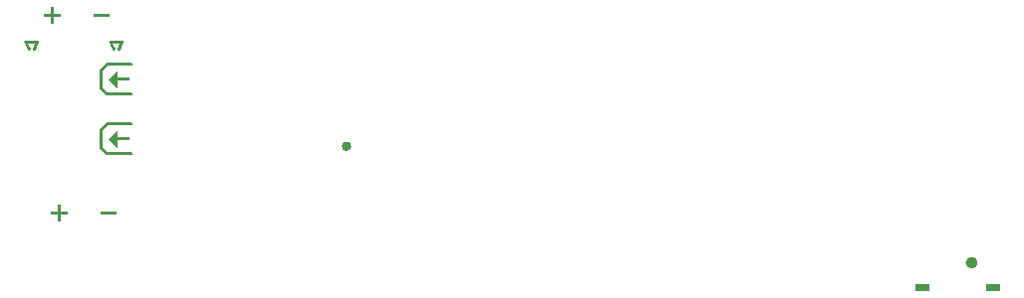
<source format=gbr>
%TF.GenerationSoftware,Altium Limited,Altium Designer,22.5.1 (42)*%
G04 Layer_Color=8388736*
%FSLAX45Y45*%
%MOMM*%
%TF.SameCoordinates,F63A7803-94E7-494B-9888-F8709FA5C5B4*%
%TF.FilePolarity,Positive*%
%TF.FileFunction,Other,Mechanical_6*%
%TF.Part,Single*%
G01*
G75*
%TA.AperFunction,NonConductor*%
%ADD49C,0.40000*%
%ADD75C,0.50000*%
G36*
X821548Y2332601D02*
X681848D01*
Y2358001D01*
X821548D01*
Y2332601D01*
D02*
G37*
G36*
X345298Y2358001D02*
X402448D01*
Y2332601D01*
X345298D01*
Y2275451D01*
X319899D01*
Y2332601D01*
X262748D01*
Y2358001D01*
X319899D01*
Y2415151D01*
X345298D01*
Y2358001D01*
D02*
G37*
G36*
X928100Y2129802D02*
X931414D01*
X937196Y2126563D01*
X940660Y2120912D01*
X940920Y2114289D01*
X939415Y2111336D01*
X908844Y2051336D01*
X906451Y2046659D01*
X896454Y2043421D01*
X887091Y2048191D01*
X883835Y2058182D01*
X886213Y2062868D01*
X886212Y2062868D01*
X907376Y2104402D01*
X847567Y2104402D01*
X866139Y2062220D01*
X868259Y2057406D01*
X864448Y2047599D01*
X854819Y2043359D01*
X845013Y2047170D01*
X842893Y2051984D01*
Y2051984D01*
X816477Y2111984D01*
X815180Y2114929D01*
X815704Y2121345D01*
X819221Y2126736D01*
X824881Y2129802D01*
X828100D01*
X928100Y2129802D01*
D02*
G37*
G36*
X208101D02*
X211415D01*
X217198Y2126563D01*
X220661Y2120912D01*
X220921Y2114289D01*
X219417Y2111336D01*
X188845Y2051336D01*
X186451Y2046659D01*
X176455Y2043421D01*
X167092Y2048191D01*
X163836Y2058182D01*
X166214Y2062868D01*
X166214Y2062868D01*
X187377Y2104402D01*
X127568D01*
X146140Y2062220D01*
X148260Y2057406D01*
X144450Y2047599D01*
X134821Y2043359D01*
X125014Y2047170D01*
X122894Y2051984D01*
X122895Y2051984D01*
X96478Y2111984D01*
X95181Y2114929D01*
X95706Y2121345D01*
X99223Y2126736D01*
X104883Y2129802D01*
X108101D01*
X208101Y2129802D01*
D02*
G37*
G36*
X1016101Y1933361D02*
Y1922840D01*
X1008661Y1915401D01*
X805461D01*
X762101Y1872040D01*
Y1730161D01*
X805461Y1686801D01*
X1008661D01*
X1016101Y1679361D01*
Y1668840D01*
X1008661Y1661401D01*
X800201D01*
X798950Y1661401D01*
X796496Y1661888D01*
X794184Y1662845D01*
X792104Y1664235D01*
X791219Y1665119D01*
Y1665120D01*
X740419Y1715919D01*
X739534Y1716804D01*
X738145Y1718884D01*
X737188Y1721196D01*
X736700Y1723650D01*
X736701Y1724901D01*
Y1877301D01*
X736700Y1878551D01*
X737188Y1881005D01*
X738145Y1883317D01*
X739534Y1885397D01*
X740419Y1886282D01*
X740419Y1886282D01*
X791219Y1937082D01*
X792104Y1937967D01*
X794184Y1939356D01*
X796496Y1940313D01*
X798950Y1940801D01*
X800201Y1940801D01*
Y1940801D01*
X1008661D01*
X1016101Y1933361D01*
D02*
G37*
G36*
X889101Y1813801D02*
X990701D01*
X990700Y1788401D01*
X889101D01*
Y1724901D01*
X812901Y1801101D01*
X889101Y1877301D01*
Y1813801D01*
D02*
G37*
G36*
X1016101Y1425361D02*
Y1414840D01*
X1008661Y1407401D01*
X805461D01*
X762101Y1364040D01*
Y1222161D01*
X805461Y1178801D01*
X1008661D01*
X1016101Y1171361D01*
Y1160840D01*
X1008661Y1153401D01*
X800201D01*
X798950Y1153401D01*
X796496Y1153888D01*
X794184Y1154845D01*
X792104Y1156235D01*
X791219Y1157119D01*
Y1157119D01*
X740419Y1207919D01*
X739534Y1208804D01*
X738145Y1210884D01*
X737188Y1213196D01*
X736700Y1215650D01*
X736701Y1216901D01*
Y1369301D01*
X736700Y1370551D01*
X737188Y1373005D01*
X738145Y1375317D01*
X739534Y1377397D01*
X740419Y1378282D01*
X740419Y1378282D01*
X791219Y1429082D01*
X792104Y1429967D01*
X794184Y1431356D01*
X796496Y1432313D01*
X798950Y1432801D01*
X800201Y1432801D01*
Y1432801D01*
X1008661D01*
X1016101Y1425361D01*
D02*
G37*
G36*
X889101Y1305801D02*
X990700D01*
X990701Y1280401D01*
X889101D01*
Y1216901D01*
X812901Y1293101D01*
X889101Y1369301D01*
Y1305801D01*
D02*
G37*
G36*
X879448Y645401D02*
X739748D01*
Y670801D01*
X879448D01*
Y645401D01*
D02*
G37*
G36*
X403198Y670801D02*
X460348D01*
Y645401D01*
X403198D01*
Y588251D01*
X377799D01*
Y645401D01*
X320648D01*
Y670801D01*
X377799D01*
Y727951D01*
X403198D01*
Y670801D01*
D02*
G37*
G36*
X8386500Y-4799D02*
X8266500Y-4799D01*
Y55201D01*
X8386500D01*
X8386500Y-4799D01*
D02*
G37*
G36*
X7786501Y-4801D02*
X7666501Y-4801D01*
X7666501Y55199D01*
X7786501D01*
Y-4801D01*
D02*
G37*
D49*
X2853177Y1228101D02*
G03*
X2853177Y1228101I-19990J0D01*
G01*
D75*
X8171484Y235191D02*
G03*
X8171484Y235191I-24994J0D01*
G01*
%TF.MD5,7fb0771afb00cfd8a2ed4af9703f19be*%
M02*

</source>
